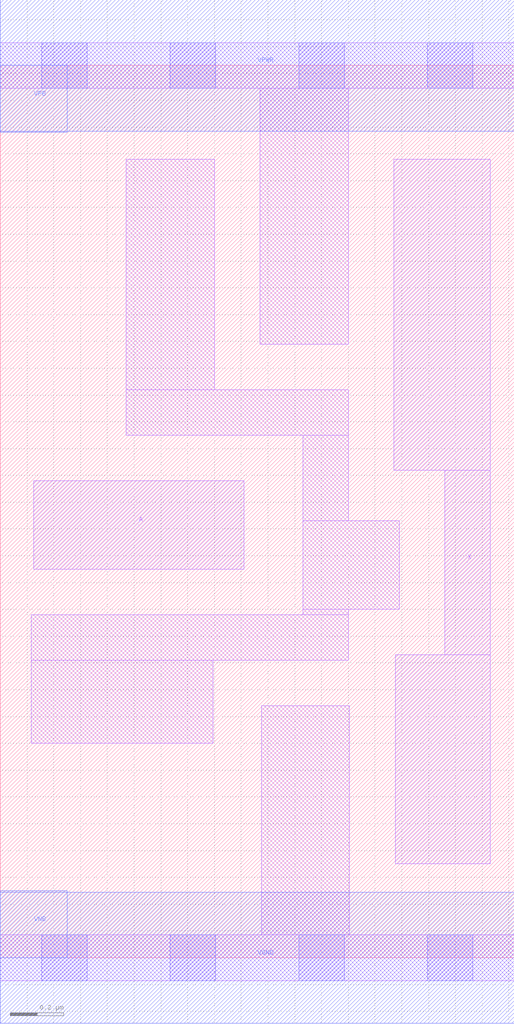
<source format=lef>
# Copyright 2020 The SkyWater PDK Authors
#
# Licensed under the Apache License, Version 2.0 (the "License");
# you may not use this file except in compliance with the License.
# You may obtain a copy of the License at
#
#     https://www.apache.org/licenses/LICENSE-2.0
#
# Unless required by applicable law or agreed to in writing, software
# distributed under the License is distributed on an "AS IS" BASIS,
# WITHOUT WARRANTIES OR CONDITIONS OF ANY KIND, either express or implied.
# See the License for the specific language governing permissions and
# limitations under the License.
#
# SPDX-License-Identifier: Apache-2.0

VERSION 5.5 ;
NAMESCASESENSITIVE ON ;
BUSBITCHARS "[]" ;
DIVIDERCHAR "/" ;
MACRO sky130_fd_sc_ms__buf_1
  CLASS CORE ;
  SOURCE USER ;
  ORIGIN  0.000000  0.000000 ;
  SIZE  1.920000 BY  3.330000 ;
  SYMMETRY X Y ;
  SITE unit ;
  PIN A
    ANTENNAGATEAREA  0.208000 ;
    DIRECTION INPUT ;
    USE SIGNAL ;
    PORT
      LAYER li1 ;
        RECT 0.125000 1.450000 0.910000 1.780000 ;
    END
  END A
  PIN X
    ANTENNADIFFAREA  0.541300 ;
    DIRECTION OUTPUT ;
    USE SIGNAL ;
    PORT
      LAYER li1 ;
        RECT 1.470000 1.820000 1.830000 2.980000 ;
        RECT 1.475000 0.350000 1.830000 1.130000 ;
        RECT 1.660000 1.130000 1.830000 1.820000 ;
    END
  END X
  PIN VGND
    DIRECTION INOUT ;
    USE GROUND ;
    PORT
      LAYER met1 ;
        RECT 0.000000 -0.245000 1.920000 0.245000 ;
    END
  END VGND
  PIN VNB
    DIRECTION INOUT ;
    USE GROUND ;
    PORT
      LAYER met1 ;
        RECT 0.000000 0.000000 0.250000 0.250000 ;
    END
  END VNB
  PIN VPB
    DIRECTION INOUT ;
    USE POWER ;
    PORT
      LAYER met1 ;
        RECT 0.000000 3.080000 0.250000 3.330000 ;
    END
  END VPB
  PIN VPWR
    DIRECTION INOUT ;
    USE POWER ;
    PORT
      LAYER met1 ;
        RECT 0.000000 3.085000 1.920000 3.575000 ;
    END
  END VPWR
  OBS
    LAYER li1 ;
      RECT 0.000000 -0.085000 1.920000 0.085000 ;
      RECT 0.000000  3.245000 1.920000 3.415000 ;
      RECT 0.115000  0.800000 0.795000 1.110000 ;
      RECT 0.115000  1.110000 1.300000 1.280000 ;
      RECT 0.470000  1.950000 1.300000 2.120000 ;
      RECT 0.470000  2.120000 0.800000 2.980000 ;
      RECT 0.970000  2.290000 1.300000 3.245000 ;
      RECT 0.975000  0.085000 1.305000 0.940000 ;
      RECT 1.130000  1.280000 1.300000 1.300000 ;
      RECT 1.130000  1.300000 1.490000 1.630000 ;
      RECT 1.130000  1.630000 1.300000 1.950000 ;
    LAYER mcon ;
      RECT 0.155000 -0.085000 0.325000 0.085000 ;
      RECT 0.155000  3.245000 0.325000 3.415000 ;
      RECT 0.635000 -0.085000 0.805000 0.085000 ;
      RECT 0.635000  3.245000 0.805000 3.415000 ;
      RECT 1.115000 -0.085000 1.285000 0.085000 ;
      RECT 1.115000  3.245000 1.285000 3.415000 ;
      RECT 1.595000 -0.085000 1.765000 0.085000 ;
      RECT 1.595000  3.245000 1.765000 3.415000 ;
  END
END sky130_fd_sc_ms__buf_1

</source>
